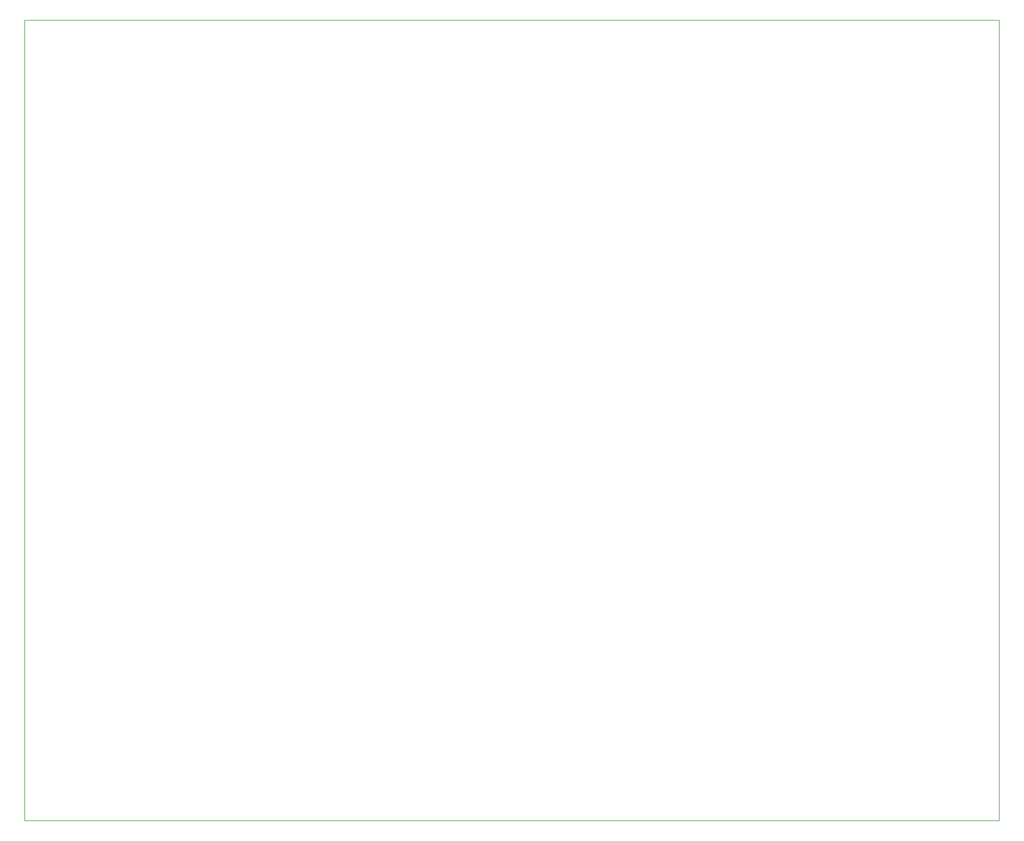
<source format=gbr>
%TF.GenerationSoftware,KiCad,Pcbnew,(5.1.10)-1*%
%TF.CreationDate,2021-07-17T09:59:34+08:00*%
%TF.ProjectId,MAX7000CPU,4d415837-3030-4304-9350-552e6b696361,rev?*%
%TF.SameCoordinates,Original*%
%TF.FileFunction,Profile,NP*%
%FSLAX46Y46*%
G04 Gerber Fmt 4.6, Leading zero omitted, Abs format (unit mm)*
G04 Created by KiCad (PCBNEW (5.1.10)-1) date 2021-07-17 09:59:34*
%MOMM*%
%LPD*%
G01*
G04 APERTURE LIST*
%TA.AperFunction,Profile*%
%ADD10C,0.100000*%
%TD*%
G04 APERTURE END LIST*
D10*
X165500000Y-15500000D02*
X165500000Y-137500000D01*
X17000000Y-15500000D02*
X165500000Y-15500000D01*
X17000000Y-137500000D02*
X17000000Y-15500000D01*
X165500000Y-137500000D02*
X17000000Y-137500000D01*
M02*

</source>
